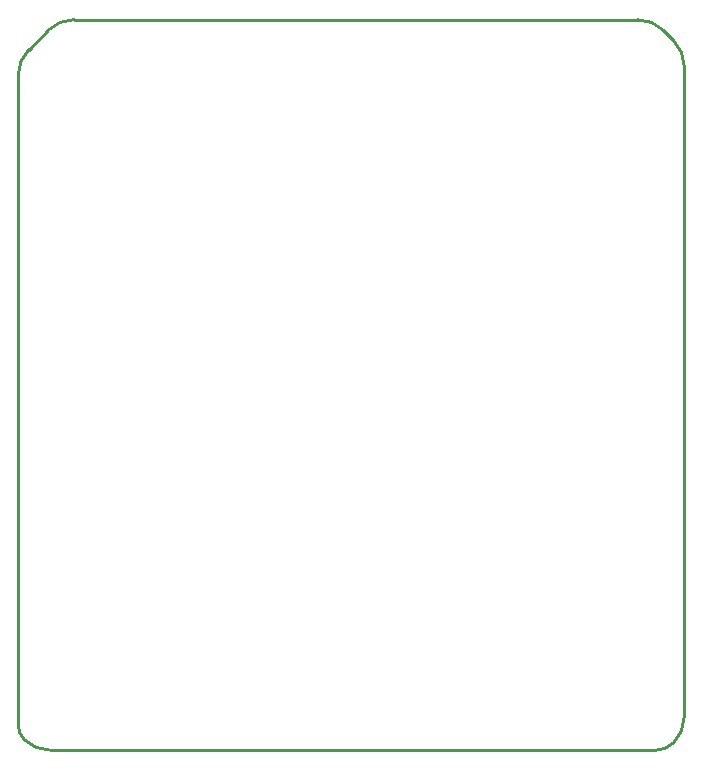
<source format=gm1>
G04 Layer_Color=16711935*
%FSLAX25Y25*%
%MOIN*%
G70*
G01*
G75*
%ADD14C,0.01000*%
D14*
X360035Y343464D02*
G03*
X351500Y347000I-8535J-8535D01*
G01*
X367000Y331500D02*
G03*
X363464Y340036I-12071J0D01*
G01*
Y105965D02*
G03*
X367000Y114500I-8535J8535D01*
G01*
X357515Y103500D02*
G03*
X363464Y105965I0J8414D01*
G01*
X146965Y107036D02*
G03*
X155500Y103500I8535J8535D01*
G01*
X145000Y111778D02*
G03*
X146965Y107036I6707J0D01*
G01*
X148536Y337035D02*
G03*
X145000Y328500I8535J-8535D01*
G01*
X163500Y347000D02*
G03*
X154964Y343464I0J-12071D01*
G01*
X281000Y347000D02*
X351500D01*
X360035Y343464D02*
X363464Y340036D01*
X367000Y114500D02*
Y331500D01*
X155500Y103500D02*
X357515D01*
X145000Y111778D02*
Y319500D01*
Y328500D01*
X148536Y337035D02*
X154964Y343464D01*
X163500Y347000D02*
X281000D01*
X360035Y343464D02*
G03*
X351500Y347000I-8535J-8535D01*
G01*
X367000Y331500D02*
G03*
X363464Y340036I-12071J0D01*
G01*
Y105965D02*
G03*
X367000Y114500I-8535J8535D01*
G01*
X357515Y103500D02*
G03*
X363464Y105965I0J8414D01*
G01*
X146965Y107036D02*
G03*
X155500Y103500I8535J8535D01*
G01*
X145000Y111778D02*
G03*
X146965Y107036I6707J0D01*
G01*
X148536Y337035D02*
G03*
X145000Y328500I8535J-8535D01*
G01*
X163500Y347000D02*
G03*
X154964Y343464I0J-12071D01*
G01*
X281000Y347000D02*
X351500D01*
X360035Y343464D02*
X363464Y340036D01*
X367000Y114500D02*
Y331500D01*
X155500Y103500D02*
X357515D01*
X145000Y111778D02*
Y319500D01*
Y328500D01*
X148536Y337035D02*
X154964Y343464D01*
X163500Y347000D02*
X281000D01*
M02*

</source>
